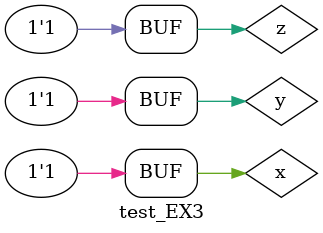
<source format=v>


module SEL (output s2, output s3,input f1, input f2,
            input f3, input f4, input c); 
wire p1, p2, p3, p4, notC;

not NOT1 (notc,c);
and AND1 (p1,f1,notC);
and AND2 (p2,notC,f2);
or OR1 (s,p1,p2);
and AND3 (p3,f3,c);
and AND4 (p4,f4,c);
or OR2 (s1,p3,p4); 

endmodule // SEL

module EX3 (output s, output s1, input a,
            input b, input chave);
wire w, w1, w2, w3;

and AND1 (w,a,b);				 				
or OR1 (w1,a,b);
nand NAND1 (w2,a,b);
NOR NOR1 (w3,a,b);

SEL modulo (s,s1,w,w1,w2,w3,chave);

endmodule // OR1 

module test_EX3; 

// ------------------------- definir dados 

reg x, y, z;  
wire p, q;

EX3 modulo (p, q, x, y, z); 

// ------------------------- parte principal 

initial begin 
$display("Exemplo0033 - Luhan Mairinck Reis - 446987"); 
$display("Test LU's module"); 

x = 'b0; y = 'b0; z = 'b0;

// projetar testes do modulo 
#1 $display("\na b chave s s1"); 
#1 $monitor("%b %b %b     %b %b" ,x,y,z,p,q); 

#1 x = 'b0; y = 'b0; z = 'b1;
#1 x = 'b0; y = 'b1; z = 'b0;
#1 x = 'b0; y = 'b1; z = 'b1;
#1 x = 'b1; y = 'b0; z = 'b0;
#1 x = 'b1; y = 'b0; z = 'b1;
#1 x = 'b1; y = 'b1; z = 'b0;
#1 x = 'b1; y = 'b1; z = 'b1;


end 
endmodule // test_EX3 
</source>
